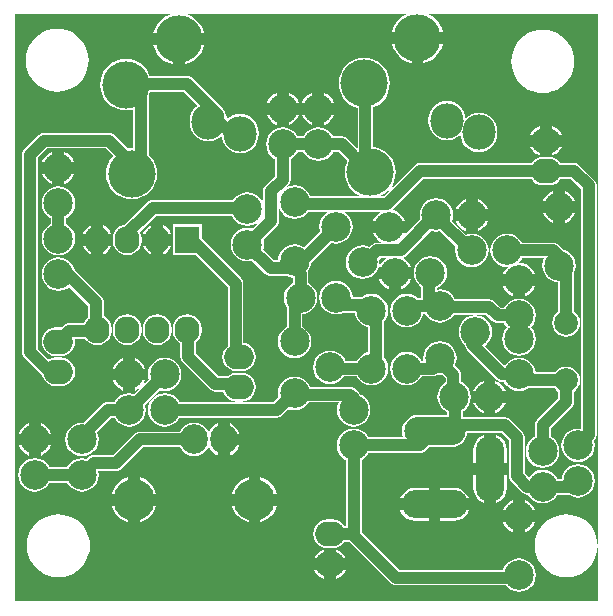
<source format=gtl>
G04*
G04 #@! TF.GenerationSoftware,Altium Limited,Altium Designer,18.0.12 (696)*
G04*
G04 Layer_Physical_Order=1*
G04 Layer_Color=255*
%FSLAX44Y44*%
%MOMM*%
G71*
G01*
G75*
%ADD27C,1.0000*%
%ADD28O,2.3000X2.5000*%
%ADD29C,3.5000*%
%ADD30C,2.5000*%
%ADD31C,4.0000*%
%ADD32O,2.8000X3.0000*%
%ADD33O,2.5000X2.1000*%
%ADD34O,5.6000X2.4000*%
%ADD35O,2.4000X5.6000*%
%ADD36O,5.2000X2.4000*%
%ADD37O,2.1000X2.3000*%
%ADD38R,2.1000X2.3000*%
%ADD39C,2.0000*%
G36*
X997074Y502926D02*
X502926D01*
Y1000000D01*
X635440D01*
X633540Y999424D01*
X629718Y997381D01*
X626368Y994632D01*
X623619Y991282D01*
X621576Y987460D01*
X620527Y984000D01*
X642000D01*
X663473D01*
X662424Y987460D01*
X660381Y991282D01*
X657632Y994632D01*
X654282Y997381D01*
X650460Y999424D01*
X648560Y1000000D01*
X834748D01*
X831718Y998381D01*
X828368Y995632D01*
X825619Y992282D01*
X823576Y988460D01*
X822527Y985000D01*
X844000D01*
X865473D01*
X864424Y988460D01*
X862381Y992282D01*
X859632Y995632D01*
X856282Y998381D01*
X853252Y1000000D01*
X997074D01*
Y502926D01*
D02*
G37*
%LPC*%
G36*
X865473Y975000D02*
X849000D01*
Y958527D01*
X852460Y959576D01*
X856282Y961619D01*
X859632Y964368D01*
X862381Y967718D01*
X864424Y971540D01*
X865473Y975000D01*
D02*
G37*
G36*
X839000D02*
X822527D01*
X823576Y971540D01*
X825619Y967718D01*
X828368Y964368D01*
X831718Y961619D01*
X835540Y959576D01*
X839000Y958527D01*
Y975000D01*
D02*
G37*
G36*
X663473Y974000D02*
X647000D01*
Y957527D01*
X650460Y958576D01*
X654282Y960619D01*
X657632Y963368D01*
X660381Y966718D01*
X662424Y970540D01*
X663473Y974000D01*
D02*
G37*
G36*
X637000D02*
X620527D01*
X621576Y970540D01*
X623619Y966718D01*
X626368Y963368D01*
X629718Y960619D01*
X633540Y958576D01*
X637000Y957527D01*
Y974000D01*
D02*
G37*
G36*
X539000Y987682D02*
X534826Y987354D01*
X530755Y986376D01*
X526886Y984774D01*
X523317Y982586D01*
X520133Y979867D01*
X517414Y976683D01*
X515226Y973113D01*
X513624Y969245D01*
X512646Y965174D01*
X512318Y961000D01*
X512646Y956826D01*
X513624Y952755D01*
X515226Y948886D01*
X517414Y945317D01*
X520133Y942133D01*
X523317Y939414D01*
X526886Y937226D01*
X530755Y935624D01*
X534826Y934646D01*
X539000Y934318D01*
X543174Y934646D01*
X547245Y935624D01*
X551114Y937226D01*
X554683Y939414D01*
X557867Y942133D01*
X560586Y945317D01*
X562774Y948886D01*
X564376Y952755D01*
X565354Y956826D01*
X565682Y961000D01*
X565354Y965174D01*
X564376Y969245D01*
X562774Y973113D01*
X560586Y976683D01*
X557867Y979867D01*
X554683Y982586D01*
X551114Y984774D01*
X547245Y986376D01*
X543174Y987354D01*
X539000Y987682D01*
D02*
G37*
G36*
X950000Y986682D02*
X945826Y986354D01*
X941755Y985376D01*
X937887Y983774D01*
X934317Y981586D01*
X931133Y978867D01*
X928414Y975683D01*
X926226Y972113D01*
X924624Y968245D01*
X923646Y964174D01*
X923318Y960000D01*
X923646Y955826D01*
X924624Y951755D01*
X926226Y947887D01*
X928414Y944317D01*
X931133Y941133D01*
X934317Y938414D01*
X937887Y936226D01*
X941755Y934624D01*
X945826Y933646D01*
X950000Y933318D01*
X954174Y933646D01*
X958245Y934624D01*
X962113Y936226D01*
X965683Y938414D01*
X968867Y941133D01*
X971586Y944317D01*
X973774Y947887D01*
X975376Y951755D01*
X976354Y955826D01*
X976682Y960000D01*
X976354Y964174D01*
X975376Y968245D01*
X973774Y972113D01*
X971586Y975683D01*
X968867Y978867D01*
X965683Y981586D01*
X962113Y983774D01*
X958245Y985376D01*
X954174Y986354D01*
X950000Y986682D01*
D02*
G37*
G36*
X765000Y933624D02*
Y925000D01*
X773624D01*
X772666Y927312D01*
X770341Y930341D01*
X767313Y932666D01*
X765000Y933624D01*
D02*
G37*
G36*
X735000D02*
Y925000D01*
X743624D01*
X742666Y927312D01*
X740341Y930341D01*
X737312Y932666D01*
X735000Y933624D01*
D02*
G37*
G36*
X725000D02*
X722687Y932666D01*
X719659Y930341D01*
X717334Y927312D01*
X716376Y925000D01*
X725000D01*
Y933624D01*
D02*
G37*
G36*
X755000D02*
X752687Y932666D01*
X749659Y930341D01*
X747334Y927312D01*
X746376Y925000D01*
X755000D01*
Y933624D01*
D02*
G37*
G36*
X773624Y915000D02*
X765000D01*
Y906376D01*
X767313Y907334D01*
X770341Y909659D01*
X772666Y912687D01*
X773624Y915000D01*
D02*
G37*
G36*
X743624D02*
X735000D01*
Y906376D01*
X737312Y907334D01*
X740341Y909659D01*
X742666Y912687D01*
X743624Y915000D01*
D02*
G37*
G36*
X725000D02*
X716376D01*
X717334Y912687D01*
X719659Y909659D01*
X722687Y907334D01*
X725000Y906376D01*
Y915000D01*
D02*
G37*
G36*
X755000D02*
X746376D01*
X747334Y912687D01*
X749659Y909659D01*
X752687Y907334D01*
X755000Y906376D01*
Y915000D01*
D02*
G37*
G36*
X957800Y905013D02*
Y897800D01*
X966259D01*
X965719Y899104D01*
X963715Y901715D01*
X961104Y903719D01*
X958063Y904978D01*
X957800Y905013D01*
D02*
G37*
G36*
X947800D02*
X947537Y904978D01*
X944496Y903719D01*
X941885Y901715D01*
X939881Y899104D01*
X939341Y897800D01*
X947800D01*
Y905013D01*
D02*
G37*
G36*
X799000Y963104D02*
X794766Y962688D01*
X790694Y961452D01*
X786942Y959447D01*
X783653Y956747D01*
X780953Y953458D01*
X778948Y949706D01*
X777712Y945634D01*
X777296Y941400D01*
X777712Y937166D01*
X778948Y933094D01*
X780953Y929342D01*
X783653Y926053D01*
X786942Y923353D01*
X790694Y921348D01*
X793343Y920544D01*
Y886071D01*
X784707Y894707D01*
X783328Y895765D01*
X781723Y896430D01*
X780000Y896657D01*
X772504D01*
X772316Y897111D01*
X770056Y900056D01*
X767111Y902316D01*
X763681Y903737D01*
X760000Y904222D01*
X756319Y903737D01*
X752889Y902316D01*
X749944Y900056D01*
X747684Y897111D01*
X747496Y896657D01*
X742504D01*
X742316Y897111D01*
X740056Y900056D01*
X737111Y902316D01*
X733681Y903737D01*
X730000Y904222D01*
X726319Y903737D01*
X722889Y902316D01*
X719944Y900056D01*
X717684Y897111D01*
X716263Y893681D01*
X715778Y890000D01*
X716263Y886319D01*
X717684Y882889D01*
X719944Y879944D01*
X722889Y877684D01*
X723343Y877496D01*
Y862757D01*
X715293Y854707D01*
X714235Y853328D01*
X713570Y851723D01*
X713343Y850000D01*
Y839632D01*
X712316Y842111D01*
X710056Y845056D01*
X707111Y847316D01*
X703681Y848737D01*
X700000Y849222D01*
X696319Y848737D01*
X692889Y847316D01*
X689944Y845056D01*
X688103Y842657D01*
X620000D01*
X618277Y842430D01*
X616671Y841765D01*
X615293Y840707D01*
X596676Y822091D01*
X595141Y821889D01*
X592198Y820669D01*
X589670Y818730D01*
X587731Y816202D01*
X586511Y813259D01*
X586096Y810100D01*
Y808100D01*
X586511Y804941D01*
X587731Y801998D01*
X589670Y799470D01*
X592198Y797531D01*
X595141Y796311D01*
X598300Y795896D01*
X601459Y796311D01*
X604402Y797531D01*
X606930Y799470D01*
X608869Y801998D01*
X610089Y804941D01*
X610504Y808100D01*
Y810100D01*
X610089Y813259D01*
X609088Y815674D01*
X622757Y829343D01*
X687081D01*
X687684Y827889D01*
X689944Y824944D01*
X692889Y822684D01*
X696319Y821263D01*
X700000Y820778D01*
X703681Y821263D01*
X707111Y822684D01*
X710056Y824944D01*
X712316Y827889D01*
X713343Y830368D01*
Y827757D01*
X704135Y818549D01*
X703681Y818737D01*
X700000Y819222D01*
X696319Y818737D01*
X692889Y817316D01*
X689944Y815056D01*
X687684Y812111D01*
X686263Y808681D01*
X685778Y805000D01*
X686263Y801319D01*
X687684Y797889D01*
X689944Y794944D01*
X692889Y792684D01*
X696319Y791263D01*
X700000Y790778D01*
X703681Y791263D01*
X704135Y791451D01*
X715293Y780293D01*
X716672Y779235D01*
X718277Y778570D01*
X720000Y778343D01*
X733711D01*
X736319Y777263D01*
X738343Y776997D01*
Y772504D01*
X737889Y772316D01*
X734944Y770056D01*
X732684Y767111D01*
X731263Y763681D01*
X730778Y760000D01*
X731263Y756319D01*
X732684Y752889D01*
X733343Y752030D01*
Y735504D01*
X732889Y735316D01*
X729944Y733056D01*
X727684Y730111D01*
X726263Y726681D01*
X725778Y723000D01*
X726263Y719319D01*
X727684Y715889D01*
X729944Y712944D01*
X732889Y710684D01*
X736319Y709263D01*
X740000Y708778D01*
X743681Y709263D01*
X747111Y710684D01*
X750056Y712944D01*
X752316Y715889D01*
X753737Y719319D01*
X754222Y723000D01*
X753737Y726681D01*
X752316Y730111D01*
X750056Y733056D01*
X747111Y735316D01*
X746657Y735504D01*
Y745996D01*
X748681Y746263D01*
X752111Y747684D01*
X755056Y749944D01*
X757316Y752889D01*
X758737Y756319D01*
X759222Y760000D01*
X758737Y763681D01*
X757316Y767111D01*
X755056Y770056D01*
X752111Y772316D01*
X751657Y772504D01*
Y780000D01*
X751430Y781723D01*
X751158Y782380D01*
X752316Y783889D01*
X753737Y787319D01*
X754041Y789626D01*
X770865Y806451D01*
X771319Y806263D01*
X775000Y805778D01*
X778681Y806263D01*
X782111Y807684D01*
X785056Y809944D01*
X787316Y812889D01*
X788737Y816319D01*
X789222Y820000D01*
X788737Y823681D01*
X787316Y827111D01*
X785056Y830056D01*
X782111Y832316D01*
X781805Y832443D01*
X812397D01*
X809659Y830341D01*
X807334Y827313D01*
X806376Y825000D01*
X820000D01*
X833624D01*
X832666Y827313D01*
X830341Y830341D01*
X827313Y832666D01*
X823785Y834127D01*
X822654Y834276D01*
X822807Y834393D01*
X848957Y860543D01*
X940656D01*
X942170Y858570D01*
X944698Y856631D01*
X947641Y855411D01*
X950800Y854996D01*
X954800D01*
X957959Y855411D01*
X960902Y856631D01*
X963430Y858570D01*
X964944Y860543D01*
X974043D01*
X982343Y852243D01*
Y648913D01*
X980000Y649222D01*
X976319Y648737D01*
X972889Y647316D01*
X969944Y645056D01*
X967684Y642111D01*
X966263Y638681D01*
X965778Y635000D01*
X966263Y631319D01*
X967684Y627889D01*
X969944Y624944D01*
X972889Y622684D01*
X976319Y621263D01*
X980000Y620778D01*
X983681Y621263D01*
X987111Y622684D01*
X990056Y624944D01*
X992316Y627889D01*
X993737Y631319D01*
X994222Y635000D01*
X993737Y638681D01*
X993549Y639135D01*
X993707Y639293D01*
X994765Y640671D01*
X995430Y642277D01*
X995657Y644000D01*
Y855000D01*
X995430Y856723D01*
X994765Y858328D01*
X993707Y859707D01*
X981507Y871907D01*
X980128Y872965D01*
X978523Y873630D01*
X976800Y873857D01*
X964944D01*
X963430Y875830D01*
X960902Y877769D01*
X957959Y878989D01*
X954800Y879404D01*
X950800D01*
X947641Y878989D01*
X944698Y877769D01*
X942170Y875830D01*
X940656Y873857D01*
X846200D01*
X844477Y873630D01*
X842871Y872965D01*
X841493Y871907D01*
X815343Y845757D01*
X811677D01*
X812306Y845948D01*
X816058Y847953D01*
X819347Y850653D01*
X822047Y853942D01*
X824052Y857694D01*
X825287Y861766D01*
X825704Y866000D01*
X825287Y870234D01*
X824052Y874306D01*
X822047Y878058D01*
X819347Y881347D01*
X816058Y884047D01*
X812306Y886052D01*
X808234Y887288D01*
X806657Y887443D01*
Y921151D01*
X807306Y921348D01*
X811058Y923353D01*
X814347Y926053D01*
X817047Y929342D01*
X819052Y933094D01*
X820287Y937166D01*
X820704Y941400D01*
X820287Y945634D01*
X819052Y949706D01*
X817047Y953458D01*
X814347Y956747D01*
X811058Y959447D01*
X807306Y961452D01*
X803234Y962688D01*
X799000Y963104D01*
D02*
G37*
G36*
X869000Y926675D02*
X865942Y926374D01*
X863001Y925482D01*
X860291Y924034D01*
X857916Y922084D01*
X855966Y919709D01*
X854518Y916999D01*
X853626Y914058D01*
X853325Y911000D01*
Y909000D01*
X853626Y905942D01*
X854518Y903001D01*
X855966Y900291D01*
X857916Y897916D01*
X860291Y895966D01*
X863001Y894518D01*
X865942Y893626D01*
X869000Y893325D01*
X872058Y893626D01*
X874999Y894518D01*
X877709Y895966D01*
X880084Y897916D01*
X880394Y898293D01*
X880626Y895942D01*
X881518Y893001D01*
X882966Y890291D01*
X884916Y887916D01*
X887291Y885966D01*
X890001Y884518D01*
X892942Y883626D01*
X896000Y883325D01*
X899058Y883626D01*
X901999Y884518D01*
X904709Y885966D01*
X907084Y887916D01*
X909034Y890291D01*
X910482Y893001D01*
X911374Y895942D01*
X911675Y899000D01*
Y901000D01*
X911374Y904058D01*
X910482Y906999D01*
X909034Y909709D01*
X907084Y912084D01*
X904709Y914034D01*
X901999Y915482D01*
X899058Y916374D01*
X896000Y916675D01*
X892942Y916374D01*
X890001Y915482D01*
X887291Y914034D01*
X884916Y912084D01*
X884606Y911707D01*
X884374Y914058D01*
X883482Y916999D01*
X882034Y919709D01*
X880084Y922084D01*
X877709Y924034D01*
X874999Y925482D01*
X872058Y926374D01*
X869000Y926675D01*
D02*
G37*
G36*
X597000Y962104D02*
X592766Y961687D01*
X588694Y960452D01*
X584942Y958447D01*
X581653Y955747D01*
X578953Y952458D01*
X576948Y948706D01*
X575713Y944634D01*
X575295Y940400D01*
X575713Y936166D01*
X576948Y932094D01*
X578953Y928342D01*
X581653Y925053D01*
X584942Y922353D01*
X588694Y920348D01*
X592766Y919112D01*
X597000Y918696D01*
X601234Y919112D01*
X603343Y919752D01*
Y886572D01*
X602000Y886704D01*
X599005Y886410D01*
X587707Y897707D01*
X586328Y898765D01*
X584723Y899430D01*
X583000Y899657D01*
X528000D01*
X526277Y899430D01*
X524672Y898765D01*
X523293Y897707D01*
X511293Y885707D01*
X510235Y884329D01*
X509570Y882723D01*
X509343Y881000D01*
Y714000D01*
X509570Y712277D01*
X510235Y710671D01*
X511293Y709293D01*
X526161Y694425D01*
X526211Y694041D01*
X527431Y691098D01*
X529370Y688570D01*
X531898Y686631D01*
X534841Y685411D01*
X538000Y684996D01*
X542000D01*
X545159Y685411D01*
X548102Y686631D01*
X550630Y688570D01*
X552569Y691098D01*
X553789Y694041D01*
X554204Y697200D01*
X553789Y700359D01*
X552569Y703302D01*
X550630Y705830D01*
X548102Y707769D01*
X545159Y708989D01*
X542000Y709404D01*
X538000D01*
X534841Y708989D01*
X531898Y707769D01*
X531755Y707660D01*
X522657Y716757D01*
Y878243D01*
X530757Y886343D01*
X580243D01*
X586466Y880120D01*
X583953Y877058D01*
X581948Y873306D01*
X580713Y869234D01*
X580295Y865000D01*
X580713Y860766D01*
X581948Y856694D01*
X583953Y852942D01*
X586653Y849653D01*
X589942Y846953D01*
X593694Y844948D01*
X597766Y843712D01*
X602000Y843296D01*
X606234Y843712D01*
X610306Y844948D01*
X614058Y846953D01*
X617347Y849653D01*
X620047Y852942D01*
X622052Y856694D01*
X623288Y860766D01*
X623704Y865000D01*
X623288Y869234D01*
X622052Y873306D01*
X620047Y877058D01*
X617347Y880347D01*
X616657Y880914D01*
Y931354D01*
X617052Y932094D01*
X617735Y934343D01*
X646243D01*
X657885Y922701D01*
X655916Y921084D01*
X653966Y918709D01*
X652518Y915999D01*
X651626Y913058D01*
X651324Y910000D01*
Y908000D01*
X651626Y904942D01*
X652518Y902001D01*
X653966Y899291D01*
X655916Y896916D01*
X658291Y894966D01*
X661001Y893518D01*
X663942Y892626D01*
X667000Y892325D01*
X670058Y892626D01*
X672999Y893518D01*
X675709Y894966D01*
X678084Y896916D01*
X678348Y897237D01*
X678405Y897180D01*
X678626Y894942D01*
X679518Y892001D01*
X680966Y889291D01*
X682916Y886916D01*
X685291Y884966D01*
X688001Y883518D01*
X690942Y882626D01*
X694000Y882325D01*
X697058Y882626D01*
X699999Y883518D01*
X702709Y884966D01*
X705084Y886916D01*
X707034Y889291D01*
X708482Y892001D01*
X709374Y894942D01*
X709676Y898000D01*
Y900000D01*
X709374Y903058D01*
X708482Y905999D01*
X707034Y908709D01*
X705084Y911084D01*
X702709Y913034D01*
X699999Y914482D01*
X697058Y915374D01*
X694000Y915676D01*
X690942Y915374D01*
X688001Y914482D01*
X685291Y913034D01*
X683143Y911271D01*
X682486Y911929D01*
X682374Y913058D01*
X681559Y915747D01*
X681430Y916723D01*
X680765Y918328D01*
X679707Y919707D01*
X653707Y945707D01*
X652328Y946765D01*
X650723Y947430D01*
X649000Y947657D01*
X617370D01*
X617052Y948706D01*
X615047Y952458D01*
X612347Y955747D01*
X609058Y958447D01*
X605306Y960452D01*
X601234Y961687D01*
X597000Y962104D01*
D02*
G37*
G36*
X947800Y887800D02*
X939341D01*
X939881Y886496D01*
X941885Y883885D01*
X944496Y881881D01*
X947537Y880622D01*
X947800Y880587D01*
Y887800D01*
D02*
G37*
G36*
X966259D02*
X957800D01*
Y880587D01*
X958063Y880622D01*
X961104Y881881D01*
X963715Y883885D01*
X965719Y886496D01*
X966259Y887800D01*
D02*
G37*
G36*
X545000Y883624D02*
Y875000D01*
X553624D01*
X552666Y877313D01*
X550341Y880341D01*
X547313Y882666D01*
X545000Y883624D01*
D02*
G37*
G36*
X535000Y883624D02*
X532687Y882666D01*
X529659Y880341D01*
X527334Y877313D01*
X526376Y875000D01*
X535000D01*
Y883624D01*
D02*
G37*
G36*
X553624Y865000D02*
X545000D01*
Y856376D01*
X547313Y857334D01*
X550341Y859659D01*
X552666Y862688D01*
X553624Y865000D01*
D02*
G37*
G36*
X535000D02*
X526376D01*
X527334Y862688D01*
X529659Y859659D01*
X532687Y857334D01*
X535000Y856376D01*
Y865000D01*
D02*
G37*
G36*
X969000Y850624D02*
Y842000D01*
X977624D01*
X976666Y844313D01*
X974342Y847342D01*
X971313Y849666D01*
X969000Y850624D01*
D02*
G37*
G36*
X959000D02*
X956687Y849666D01*
X953659Y847342D01*
X951334Y844313D01*
X950376Y842000D01*
X959000D01*
Y850624D01*
D02*
G37*
G36*
X895000Y843624D02*
Y835000D01*
X903624D01*
X902666Y837312D01*
X900341Y840341D01*
X897313Y842666D01*
X895000Y843624D01*
D02*
G37*
G36*
X885000Y843624D02*
X882687Y842666D01*
X879659Y840341D01*
X877334Y837312D01*
X876376Y835000D01*
X885000D01*
Y843624D01*
D02*
G37*
G36*
X977624Y832000D02*
X969000D01*
Y823376D01*
X971313Y824334D01*
X974342Y826658D01*
X976666Y829687D01*
X977624Y832000D01*
D02*
G37*
G36*
X959000D02*
X950376D01*
X951334Y829687D01*
X953659Y826658D01*
X956687Y824334D01*
X959000Y823376D01*
Y832000D01*
D02*
G37*
G36*
X885000Y825000D02*
X876376D01*
X877334Y822687D01*
X879659Y819659D01*
X882687Y817334D01*
X885000Y816376D01*
Y825000D01*
D02*
G37*
G36*
X903624D02*
X895000D01*
Y816376D01*
X897313Y817334D01*
X900341Y819659D01*
X902666Y822687D01*
X903624Y825000D01*
D02*
G37*
G36*
X628700Y821559D02*
Y814100D01*
X635573D01*
X634619Y816404D01*
X632615Y819015D01*
X630004Y821019D01*
X628700Y821559D01*
D02*
G37*
G36*
X577900D02*
Y814100D01*
X584773D01*
X583819Y816404D01*
X581815Y819015D01*
X579204Y821019D01*
X577900Y821559D01*
D02*
G37*
G36*
X618700Y821559D02*
X617396Y821019D01*
X614785Y819015D01*
X612781Y816404D01*
X611827Y814100D01*
X618700D01*
Y821559D01*
D02*
G37*
G36*
X567900D02*
X566596Y821019D01*
X563985Y819015D01*
X561981Y816404D01*
X561027Y814100D01*
X567900D01*
Y821559D01*
D02*
G37*
G36*
X618700Y804100D02*
X611827D01*
X612781Y801796D01*
X614785Y799185D01*
X617396Y797181D01*
X618700Y796641D01*
Y804100D01*
D02*
G37*
G36*
X567900D02*
X561027D01*
X561981Y801796D01*
X563985Y799185D01*
X566596Y797181D01*
X567900Y796641D01*
Y804100D01*
D02*
G37*
G36*
X635573D02*
X628700D01*
Y796641D01*
X630004Y797181D01*
X632615Y799185D01*
X634619Y801796D01*
X635573Y804100D01*
D02*
G37*
G36*
X584773D02*
X577900D01*
Y796641D01*
X579204Y797181D01*
X581815Y799185D01*
X583819Y801796D01*
X584773Y804100D01*
D02*
G37*
G36*
X540000Y854222D02*
X536319Y853737D01*
X532889Y852316D01*
X529944Y850056D01*
X527684Y847111D01*
X526263Y843681D01*
X525778Y840000D01*
X526263Y836319D01*
X527684Y832889D01*
X529944Y829944D01*
X532889Y827684D01*
X533343Y827496D01*
Y822504D01*
X532889Y822316D01*
X529944Y820056D01*
X527684Y817111D01*
X526263Y813681D01*
X525778Y810000D01*
X526263Y806319D01*
X527684Y802889D01*
X529944Y799944D01*
X532889Y797684D01*
X536319Y796263D01*
X540000Y795778D01*
X543681Y796263D01*
X547111Y797684D01*
X550056Y799944D01*
X552316Y802889D01*
X553737Y806319D01*
X554222Y810000D01*
X553737Y813681D01*
X552316Y817111D01*
X550056Y820056D01*
X547111Y822316D01*
X546657Y822504D01*
Y827496D01*
X547111Y827684D01*
X550056Y829944D01*
X552316Y832889D01*
X553737Y836319D01*
X554222Y840000D01*
X553737Y843681D01*
X552316Y847111D01*
X550056Y850056D01*
X547111Y852316D01*
X543681Y853737D01*
X540000Y854222D01*
D02*
G37*
G36*
X860000Y844222D02*
X856319Y843737D01*
X852889Y842316D01*
X849944Y840056D01*
X847684Y837111D01*
X846263Y833681D01*
X845778Y830000D01*
X846254Y826391D01*
X831347Y810968D01*
X832666Y812688D01*
X833624Y815000D01*
X820000D01*
X806376D01*
X807334Y812688D01*
X809659Y809659D01*
X812688Y807334D01*
X814323Y806657D01*
X810000D01*
X808277Y806430D01*
X807142Y805960D01*
X806672Y805765D01*
X805293Y804707D01*
X803402Y802817D01*
X801181Y803737D01*
X797500Y804222D01*
X793819Y803737D01*
X790389Y802316D01*
X787444Y800056D01*
X785184Y797111D01*
X783763Y793681D01*
X783278Y790000D01*
X783763Y786319D01*
X785184Y782889D01*
X787444Y779944D01*
X790389Y777684D01*
X793819Y776263D01*
X797500Y775778D01*
X801181Y776263D01*
X804611Y777684D01*
X807556Y779944D01*
X809816Y782889D01*
X811237Y786319D01*
X811722Y790000D01*
X811453Y792039D01*
X812757Y793343D01*
X816989D01*
X817325Y793387D01*
X814659Y791341D01*
X812334Y788313D01*
X811376Y786000D01*
X825000D01*
X838624D01*
X837666Y788313D01*
X835341Y791341D01*
X832313Y793666D01*
X832077Y793763D01*
X832677Y794024D01*
X833428Y794335D01*
X833474Y794370D01*
X833526Y794392D01*
X834163Y794898D01*
X834807Y795393D01*
X834842Y795438D01*
X834886Y795474D01*
X855363Y816659D01*
X856319Y816263D01*
X860000Y815778D01*
X863364Y816221D01*
X876221Y803364D01*
X875778Y800000D01*
X876263Y796319D01*
X877684Y792889D01*
X879944Y789944D01*
X882889Y787684D01*
X886319Y786263D01*
X890000Y785778D01*
X893681Y786263D01*
X897111Y787684D01*
X900056Y789944D01*
X902316Y792889D01*
X903737Y796319D01*
X904222Y800000D01*
X903737Y803681D01*
X902316Y807111D01*
X900056Y810056D01*
X897111Y812316D01*
X893681Y813737D01*
X890000Y814222D01*
X886319Y813737D01*
X885158Y813256D01*
X873256Y825158D01*
X873737Y826319D01*
X874222Y830000D01*
X873737Y833681D01*
X872316Y837111D01*
X870056Y840056D01*
X867111Y842316D01*
X863681Y843737D01*
X860000Y844222D01*
D02*
G37*
G36*
X838624Y776000D02*
X830000D01*
Y767376D01*
X832313Y768334D01*
X835341Y770658D01*
X837666Y773687D01*
X838624Y776000D01*
D02*
G37*
G36*
X820000D02*
X811376D01*
X812334Y773687D01*
X814659Y770658D01*
X817687Y768334D01*
X820000Y767376D01*
Y776000D01*
D02*
G37*
G36*
X943624Y770000D02*
X935000D01*
Y761376D01*
X937313Y762334D01*
X940341Y764659D01*
X942666Y767687D01*
X943624Y770000D01*
D02*
G37*
G36*
X925000D02*
X916376D01*
X917334Y767687D01*
X919659Y764659D01*
X922687Y762334D01*
X925000Y761376D01*
Y770000D01*
D02*
G37*
G36*
X855000Y795222D02*
X851319Y794737D01*
X847889Y793316D01*
X844944Y791056D01*
X842684Y788111D01*
X841263Y784681D01*
X840778Y781000D01*
X841263Y777319D01*
X842684Y773889D01*
X844944Y770944D01*
X847343Y769103D01*
Y760000D01*
X847388Y759657D01*
X844273D01*
X842111Y761316D01*
X838681Y762737D01*
X835000Y763222D01*
X831319Y762737D01*
X827889Y761316D01*
X824944Y759056D01*
X822684Y756111D01*
X821263Y752681D01*
X820778Y749000D01*
X821263Y745319D01*
X822684Y741889D01*
X824944Y738944D01*
X827889Y736684D01*
X831319Y735263D01*
X835000Y734778D01*
X838681Y735263D01*
X842111Y736684D01*
X845056Y738944D01*
X847316Y741889D01*
X848737Y745319D01*
X848872Y746343D01*
X850496D01*
X850684Y745889D01*
X852944Y742944D01*
X855889Y740684D01*
X859319Y739263D01*
X863000Y738778D01*
X866681Y739263D01*
X870111Y740684D01*
X873056Y742944D01*
X874897Y745343D01*
X902243D01*
X907293Y740293D01*
X908671Y739235D01*
X909142Y739040D01*
X910277Y738570D01*
X912000Y738343D01*
X917496D01*
X917684Y737889D01*
X919901Y735000D01*
X917684Y732111D01*
X916263Y728681D01*
X915778Y725000D01*
X916263Y721319D01*
X917684Y717889D01*
X919944Y714944D01*
X922889Y712684D01*
X926319Y711263D01*
X930000Y710778D01*
X933681Y711263D01*
X937111Y712684D01*
X940056Y714944D01*
X942316Y717889D01*
X943737Y721319D01*
X944222Y725000D01*
X943737Y728681D01*
X942316Y732111D01*
X940099Y735000D01*
X942316Y737889D01*
X943737Y741319D01*
X944222Y745000D01*
X943737Y748681D01*
X942316Y752111D01*
X940056Y755056D01*
X937111Y757316D01*
X933681Y758737D01*
X930000Y759222D01*
X926319Y758737D01*
X922889Y757316D01*
X919944Y755056D01*
X917684Y752111D01*
X917496Y751657D01*
X914757D01*
X909707Y756707D01*
X908328Y757765D01*
X906723Y758430D01*
X905000Y758657D01*
X875919D01*
X875316Y760111D01*
X873056Y763056D01*
X870111Y765316D01*
X866681Y766737D01*
X863000Y767222D01*
X860657Y766913D01*
Y768081D01*
X862111Y768684D01*
X865056Y770944D01*
X867316Y773889D01*
X868737Y777319D01*
X869222Y781000D01*
X868737Y784681D01*
X867316Y788111D01*
X865056Y791056D01*
X862111Y793316D01*
X858681Y794737D01*
X855000Y795222D01*
D02*
G37*
G36*
X540000Y794222D02*
X536319Y793737D01*
X532889Y792316D01*
X529944Y790056D01*
X527684Y787111D01*
X526263Y783681D01*
X525778Y780000D01*
X526263Y776319D01*
X527684Y772889D01*
X529944Y769944D01*
X532889Y767684D01*
X536319Y766263D01*
X540000Y765778D01*
X543681Y766263D01*
X547111Y767684D01*
X549256Y769330D01*
X565343Y753243D01*
Y743353D01*
X564270Y742530D01*
X562331Y740002D01*
X561773Y738657D01*
X549200D01*
X547477Y738430D01*
X546342Y737960D01*
X545872Y737765D01*
X544493Y736707D01*
X542698Y734912D01*
X542000Y735004D01*
X538000D01*
X534841Y734589D01*
X531898Y733369D01*
X529370Y731430D01*
X527431Y728902D01*
X526211Y725959D01*
X525796Y722800D01*
X526211Y719641D01*
X527431Y716698D01*
X529370Y714170D01*
X531898Y712231D01*
X534841Y711011D01*
X538000Y710596D01*
X542000D01*
X545159Y711011D01*
X548102Y712231D01*
X550630Y714170D01*
X552569Y716698D01*
X553789Y719641D01*
X554204Y722800D01*
X553870Y725343D01*
X562680D01*
X564270Y723270D01*
X566798Y721331D01*
X569741Y720111D01*
X572900Y719696D01*
X576059Y720111D01*
X579002Y721331D01*
X581530Y723270D01*
X583469Y725798D01*
X584689Y728741D01*
X585104Y731900D01*
Y733900D01*
X584689Y737059D01*
X583469Y740002D01*
X581530Y742530D01*
X579002Y744469D01*
X578657Y744612D01*
Y756000D01*
X578430Y757723D01*
X577960Y758858D01*
X577765Y759329D01*
X576707Y760707D01*
X553738Y783677D01*
X553737Y783681D01*
X552316Y787111D01*
X550056Y790056D01*
X547111Y792316D01*
X543681Y793737D01*
X540000Y794222D01*
D02*
G37*
G36*
X920000Y814222D02*
X916319Y813737D01*
X912889Y812316D01*
X909944Y810056D01*
X907684Y807111D01*
X906263Y803681D01*
X905778Y800000D01*
X906263Y796319D01*
X907684Y792889D01*
X909944Y789944D01*
X912889Y787684D01*
X916319Y786263D01*
X920000Y785778D01*
X920275Y785815D01*
X919659Y785341D01*
X917334Y782313D01*
X916376Y780000D01*
X943624D01*
X942666Y782313D01*
X940341Y785341D01*
X937313Y787666D01*
X933785Y789127D01*
X930000Y789625D01*
X929567Y789568D01*
X930056Y789944D01*
X932316Y792889D01*
X932504Y793343D01*
X951366D01*
X950263Y790681D01*
X949778Y787000D01*
X950263Y783319D01*
X951684Y779889D01*
X953944Y776944D01*
X956889Y774684D01*
X960319Y773263D01*
X963343Y772865D01*
Y748313D01*
X961727Y747073D01*
X959867Y744650D01*
X958699Y741828D01*
X958300Y738800D01*
X958699Y735772D01*
X959867Y732950D01*
X961727Y730527D01*
X964150Y728667D01*
X966972Y727499D01*
X970000Y727100D01*
X973028Y727499D01*
X975850Y728667D01*
X978273Y730527D01*
X980133Y732950D01*
X981301Y735772D01*
X981700Y738800D01*
X981301Y741828D01*
X980133Y744650D01*
X978273Y747073D01*
X976657Y748313D01*
Y780711D01*
X977737Y783319D01*
X978222Y787000D01*
X977737Y790681D01*
X976316Y794111D01*
X974056Y797056D01*
X971111Y799316D01*
X967681Y800737D01*
X967677Y800738D01*
X963707Y804707D01*
X962328Y805765D01*
X960723Y806430D01*
X959000Y806657D01*
X932504D01*
X932316Y807111D01*
X930056Y810056D01*
X927111Y812316D01*
X923681Y813737D01*
X920000Y814222D01*
D02*
G37*
G36*
X623700Y746104D02*
X620541Y745689D01*
X617598Y744469D01*
X615070Y742530D01*
X613131Y740002D01*
X611911Y737059D01*
X611496Y733900D01*
Y731900D01*
X611911Y728741D01*
X613131Y725798D01*
X615070Y723270D01*
X617598Y721331D01*
X620541Y720111D01*
X623700Y719696D01*
X626859Y720111D01*
X629802Y721331D01*
X632330Y723270D01*
X634269Y725798D01*
X635489Y728741D01*
X635904Y731900D01*
Y733900D01*
X635489Y737059D01*
X634269Y740002D01*
X632330Y742530D01*
X629802Y744469D01*
X626859Y745689D01*
X623700Y746104D01*
D02*
G37*
G36*
X598300D02*
X595141Y745689D01*
X592198Y744469D01*
X589670Y742530D01*
X587731Y740002D01*
X586511Y737059D01*
X586096Y733900D01*
Y731900D01*
X586511Y728741D01*
X587731Y725798D01*
X589670Y723270D01*
X592198Y721331D01*
X595141Y720111D01*
X598300Y719696D01*
X601459Y720111D01*
X604402Y721331D01*
X606930Y723270D01*
X608869Y725798D01*
X610089Y728741D01*
X610504Y731900D01*
Y733900D01*
X610089Y737059D01*
X608869Y740002D01*
X606930Y742530D01*
X604402Y744469D01*
X601459Y745689D01*
X598300Y746104D01*
D02*
G37*
G36*
X863000Y723222D02*
X859319Y722737D01*
X855889Y721316D01*
X852944Y719056D01*
X850684Y716111D01*
X849263Y712681D01*
X848778Y709000D01*
X849087Y706657D01*
X847504D01*
X847316Y707111D01*
X845056Y710056D01*
X842111Y712316D01*
X838681Y713737D01*
X835000Y714222D01*
X831319Y713737D01*
X827889Y712316D01*
X824944Y710056D01*
X822684Y707111D01*
X821263Y703681D01*
X820778Y700000D01*
X821263Y696319D01*
X822684Y692889D01*
X824944Y689944D01*
X827889Y687684D01*
X831319Y686263D01*
X835000Y685778D01*
X838681Y686263D01*
X842111Y687684D01*
X845056Y689944D01*
X847316Y692889D01*
X847504Y693343D01*
X857000D01*
X858723Y693570D01*
X860329Y694235D01*
X861324Y694999D01*
X863000Y694778D01*
X864597Y694989D01*
X867843Y691743D01*
Y688281D01*
X864944Y686056D01*
X862684Y683111D01*
X861263Y679681D01*
X860778Y676000D01*
X861263Y672319D01*
X862684Y668889D01*
X864944Y665944D01*
X867889Y663684D01*
X868843Y663288D01*
Y660717D01*
X844500D01*
X840950Y660250D01*
X837641Y658880D01*
X834800Y656700D01*
X832620Y653859D01*
X831250Y650550D01*
X830783Y647000D01*
X831250Y643450D01*
X831993Y641657D01*
X802504D01*
X802316Y642111D01*
X800056Y645056D01*
X797111Y647316D01*
X793681Y648737D01*
X790000Y649222D01*
X786319Y648737D01*
X782889Y647316D01*
X779944Y645056D01*
X777684Y642111D01*
X776263Y638681D01*
X775778Y635000D01*
X776263Y631319D01*
X777684Y627889D01*
X779944Y624944D01*
X782889Y622684D01*
X783343Y622496D01*
Y566657D01*
X782144D01*
X780630Y568630D01*
X778102Y570569D01*
X775159Y571789D01*
X772000Y572204D01*
X768000D01*
X764841Y571789D01*
X761898Y570569D01*
X759370Y568630D01*
X757431Y566102D01*
X756211Y563159D01*
X755796Y560000D01*
X756211Y556841D01*
X757431Y553898D01*
X759370Y551370D01*
X761898Y549431D01*
X764841Y548211D01*
X768000Y547796D01*
X772000D01*
X775159Y548211D01*
X778102Y549431D01*
X780630Y551370D01*
X782144Y553343D01*
X786243D01*
X821293Y518293D01*
X822672Y517235D01*
X824277Y516570D01*
X826000Y516343D01*
X918870D01*
X919944Y514944D01*
X922889Y512684D01*
X926319Y511263D01*
X930000Y510778D01*
X933681Y511263D01*
X937111Y512684D01*
X940056Y514944D01*
X942316Y517889D01*
X943737Y521319D01*
X944222Y525000D01*
X943737Y528681D01*
X942316Y532111D01*
X940056Y535056D01*
X937111Y537316D01*
X933681Y538737D01*
X930000Y539222D01*
X926319Y538737D01*
X922889Y537316D01*
X919944Y535056D01*
X917684Y532111D01*
X916667Y529657D01*
X828757D01*
X796657Y561757D01*
Y622496D01*
X797111Y622684D01*
X800056Y624944D01*
X802316Y627889D01*
X802504Y628343D01*
X846500D01*
X848223Y628570D01*
X849828Y629235D01*
X851207Y630293D01*
X854197Y633283D01*
X872500D01*
X876050Y633750D01*
X879359Y635120D01*
X882200Y637300D01*
X884380Y640141D01*
X885750Y643450D01*
X885999Y645343D01*
X915243D01*
X921343Y639243D01*
Y609000D01*
X921570Y607277D01*
X922235Y605672D01*
X923293Y604293D01*
X932293Y595293D01*
X933671Y594235D01*
X935277Y593570D01*
X937000Y593343D01*
X937496D01*
X937684Y592889D01*
X939944Y589944D01*
X942889Y587684D01*
X946319Y586263D01*
X950000Y585778D01*
X953681Y586263D01*
X957111Y587684D01*
X960056Y589944D01*
X962316Y592889D01*
X962504Y593343D01*
X972030D01*
X972889Y592684D01*
X976319Y591263D01*
X980000Y590778D01*
X983681Y591263D01*
X987111Y592684D01*
X990056Y594944D01*
X992316Y597889D01*
X993737Y601319D01*
X994222Y605000D01*
X993737Y608681D01*
X992316Y612111D01*
X990056Y615056D01*
X987111Y617316D01*
X983681Y618737D01*
X980000Y619222D01*
X976319Y618737D01*
X972889Y617316D01*
X969944Y615056D01*
X967684Y612111D01*
X966263Y608681D01*
X965996Y606657D01*
X962504D01*
X962316Y607111D01*
X960056Y610056D01*
X957111Y612316D01*
X953681Y613737D01*
X950000Y614222D01*
X946319Y613737D01*
X942889Y612316D01*
X939944Y610056D01*
X938387Y608027D01*
X934657Y611757D01*
Y642000D01*
X934430Y643723D01*
X933960Y644858D01*
X933765Y645329D01*
X932707Y646707D01*
X922707Y656707D01*
X921329Y657765D01*
X919723Y658430D01*
X918000Y658657D01*
X882157D01*
Y663719D01*
X882244Y663786D01*
X883329Y664235D01*
X884707Y665293D01*
X885765Y666672D01*
X885941Y667097D01*
X887316Y668889D01*
X888737Y672319D01*
X889222Y676000D01*
X888737Y679681D01*
X887316Y683111D01*
X885056Y686056D01*
X882111Y688316D01*
X881157Y688711D01*
Y694500D01*
X880930Y696223D01*
X880265Y697829D01*
X879207Y699207D01*
X875670Y702744D01*
X876737Y705319D01*
X877222Y709000D01*
X876737Y712681D01*
X875316Y716111D01*
X873056Y719056D01*
X870111Y721316D01*
X866681Y722737D01*
X863000Y723222D01*
D02*
G37*
G36*
X775000Y774222D02*
X771319Y773737D01*
X767889Y772316D01*
X764944Y770056D01*
X762684Y767111D01*
X761263Y763681D01*
X760778Y760000D01*
X761263Y756319D01*
X762684Y752889D01*
X764944Y749944D01*
X767889Y747684D01*
X771319Y746263D01*
X775000Y745778D01*
X778681Y746263D01*
X781289Y747343D01*
X790996D01*
X791263Y745319D01*
X792684Y741889D01*
X794944Y738944D01*
X797889Y736684D01*
X801319Y735263D01*
X802343Y735128D01*
Y713872D01*
X801319Y713737D01*
X797889Y712316D01*
X794944Y710056D01*
X792684Y707111D01*
X792496Y706657D01*
X782919D01*
X782316Y708111D01*
X780056Y711056D01*
X777111Y713316D01*
X773681Y714737D01*
X770000Y715222D01*
X766319Y714737D01*
X762889Y713316D01*
X759944Y711056D01*
X757684Y708111D01*
X756263Y704681D01*
X755778Y701000D01*
X756263Y697319D01*
X757684Y693889D01*
X759944Y690944D01*
X762889Y688684D01*
X766319Y687263D01*
X770000Y686778D01*
X773681Y687263D01*
X777111Y688684D01*
X780056Y690944D01*
X781897Y693343D01*
X792496D01*
X792684Y692889D01*
X794944Y689944D01*
X797889Y687684D01*
X801319Y686263D01*
X805000Y685778D01*
X808681Y686263D01*
X812111Y687684D01*
X815056Y689944D01*
X817316Y692889D01*
X818737Y696319D01*
X819222Y700000D01*
X818737Y703681D01*
X817316Y707111D01*
X815463Y709526D01*
X815657Y711000D01*
Y739727D01*
X817316Y741889D01*
X818737Y745319D01*
X819222Y749000D01*
X818737Y752681D01*
X817316Y756111D01*
X815056Y759056D01*
X812111Y761316D01*
X808681Y762737D01*
X805000Y763222D01*
X801319Y762737D01*
X797889Y761316D01*
X797030Y760657D01*
X789135D01*
X788737Y763681D01*
X787316Y767111D01*
X785056Y770056D01*
X782111Y772316D01*
X778681Y773737D01*
X775000Y774222D01*
D02*
G37*
G36*
X605000Y708624D02*
Y700000D01*
X613624D01*
X612666Y702313D01*
X610341Y705341D01*
X607313Y707666D01*
X605000Y708624D01*
D02*
G37*
G36*
X595000D02*
X592687Y707666D01*
X589659Y705341D01*
X587334Y702313D01*
X586376Y700000D01*
X595000D01*
Y708624D01*
D02*
G37*
G36*
X661200Y822200D02*
X637000D01*
Y796000D01*
X656586D01*
X683343Y769243D01*
Y719176D01*
X682370Y718430D01*
X680431Y715902D01*
X679211Y712959D01*
X678796Y709800D01*
X679211Y706641D01*
X680431Y703698D01*
X682370Y701170D01*
X684898Y699231D01*
X687841Y698011D01*
X691000Y697596D01*
X695000D01*
X698159Y698011D01*
X701102Y699231D01*
X703630Y701170D01*
X705569Y703698D01*
X706789Y706641D01*
X707204Y709800D01*
X706789Y712959D01*
X705569Y715902D01*
X703630Y718430D01*
X701102Y720369D01*
X698159Y721589D01*
X696657Y721786D01*
Y772000D01*
X696430Y773723D01*
X695960Y774858D01*
X695765Y775329D01*
X694707Y776707D01*
X661200Y810214D01*
Y822200D01*
D02*
G37*
G36*
X630000Y709222D02*
X626319Y708737D01*
X622889Y707316D01*
X619944Y705056D01*
X617684Y702111D01*
X616263Y698681D01*
X615778Y695000D01*
X616263Y691319D01*
X616451Y690865D01*
X610662Y685077D01*
X612666Y687687D01*
X613624Y690000D01*
X605000D01*
Y681376D01*
X607313Y682334D01*
X609923Y684337D01*
X604135Y678549D01*
X603681Y678737D01*
X600000Y679222D01*
X596319Y678737D01*
X592889Y677316D01*
X589944Y675056D01*
X587684Y672111D01*
X587496Y671657D01*
X582000D01*
X580277Y671430D01*
X578671Y670765D01*
X577293Y669707D01*
X561597Y654011D01*
X560000Y654222D01*
X556319Y653737D01*
X552889Y652316D01*
X549944Y650056D01*
X547684Y647111D01*
X546263Y643681D01*
X545778Y640000D01*
X546263Y636319D01*
X547684Y632889D01*
X549944Y629944D01*
X552889Y627684D01*
X556319Y626263D01*
X560000Y625778D01*
X563681Y626263D01*
X567111Y627684D01*
X570056Y629944D01*
X572316Y632889D01*
X573737Y636319D01*
X574222Y640000D01*
X573737Y643681D01*
X572670Y646256D01*
X584757Y658343D01*
X587496D01*
X587684Y657889D01*
X589944Y654944D01*
X592889Y652684D01*
X596319Y651263D01*
X600000Y650778D01*
X603681Y651263D01*
X607111Y652684D01*
X610056Y654944D01*
X612316Y657889D01*
X613737Y661319D01*
X614222Y665000D01*
X613737Y668681D01*
X613549Y669135D01*
X625865Y681451D01*
X626319Y681263D01*
X630000Y680778D01*
X633681Y681263D01*
X637111Y682684D01*
X640056Y684944D01*
X642316Y687889D01*
X643737Y691319D01*
X644222Y695000D01*
X643737Y698681D01*
X642316Y702111D01*
X640056Y705056D01*
X637111Y707316D01*
X633681Y708737D01*
X630000Y709222D01*
D02*
G37*
G36*
X595000Y690000D02*
X586376D01*
X587334Y687687D01*
X589659Y684659D01*
X592687Y682334D01*
X595000Y681376D01*
Y690000D01*
D02*
G37*
G36*
X910000Y689624D02*
Y681000D01*
X918624D01*
X917666Y683313D01*
X915341Y686341D01*
X912313Y688666D01*
X910000Y689624D01*
D02*
G37*
G36*
X900000Y689624D02*
X897687Y688666D01*
X894659Y686341D01*
X892334Y683313D01*
X891376Y681000D01*
X900000D01*
Y689624D01*
D02*
G37*
G36*
X649100Y746104D02*
X645941Y745689D01*
X642998Y744469D01*
X640470Y742530D01*
X638531Y740002D01*
X637311Y737059D01*
X636896Y733900D01*
Y731900D01*
X637311Y728741D01*
X638531Y725798D01*
X640470Y723270D01*
X642998Y721331D01*
X643343Y721188D01*
X643343Y710000D01*
X643570Y708277D01*
X644235Y706671D01*
X645293Y705293D01*
X668093Y682493D01*
X669472Y681435D01*
X671077Y680770D01*
X672800Y680543D01*
X679418D01*
X680431Y678098D01*
X682370Y675570D01*
X684898Y673631D01*
X687841Y672411D01*
X691000Y671996D01*
X695000D01*
X698159Y672411D01*
X701102Y673631D01*
X703630Y675570D01*
X705569Y678098D01*
X706789Y681041D01*
X707204Y684200D01*
X706789Y687359D01*
X705569Y690302D01*
X703630Y692830D01*
X701102Y694769D01*
X698159Y695989D01*
X695000Y696404D01*
X691000D01*
X687841Y695989D01*
X684898Y694769D01*
X683709Y693857D01*
X675557D01*
X656657Y712757D01*
X656657Y722447D01*
X657730Y723270D01*
X659669Y725798D01*
X660889Y728741D01*
X661304Y731900D01*
Y733900D01*
X660889Y737059D01*
X659669Y740002D01*
X657730Y742530D01*
X655202Y744469D01*
X652259Y745689D01*
X649100Y746104D01*
D02*
G37*
G36*
X740000Y693222D02*
X736319Y692737D01*
X732889Y691316D01*
X729944Y689056D01*
X727684Y686111D01*
X726263Y682681D01*
X725778Y679000D01*
X726221Y675636D01*
X722243Y671657D01*
X642504D01*
X642316Y672111D01*
X640056Y675056D01*
X637111Y677316D01*
X633681Y678737D01*
X630000Y679222D01*
X626319Y678737D01*
X622889Y677316D01*
X619944Y675056D01*
X617684Y672111D01*
X616263Y668681D01*
X615778Y665000D01*
X616263Y661319D01*
X617684Y657889D01*
X619944Y654944D01*
X622889Y652684D01*
X626319Y651263D01*
X630000Y650778D01*
X633681Y651263D01*
X637111Y652684D01*
X640056Y654944D01*
X642316Y657889D01*
X642504Y658343D01*
X725000D01*
X726723Y658570D01*
X728328Y659235D01*
X729707Y660293D01*
X735158Y665744D01*
X736319Y665263D01*
X740000Y664778D01*
X743681Y665263D01*
X747111Y666684D01*
X750056Y668944D01*
X751897Y671343D01*
X777366D01*
X776263Y668681D01*
X775778Y665000D01*
X776263Y661319D01*
X777684Y657889D01*
X779944Y654944D01*
X782889Y652684D01*
X786319Y651263D01*
X790000Y650778D01*
X793681Y651263D01*
X797111Y652684D01*
X800056Y654944D01*
X802316Y657889D01*
X803737Y661319D01*
X804222Y665000D01*
X803737Y668681D01*
X802316Y672111D01*
X800056Y675056D01*
X797111Y677316D01*
X795992Y677780D01*
X795765Y678328D01*
X794707Y679707D01*
X791707Y682707D01*
X790329Y683765D01*
X788723Y684430D01*
X787000Y684657D01*
X752919D01*
X752316Y686111D01*
X750056Y689056D01*
X747111Y691316D01*
X743681Y692737D01*
X740000Y693222D01*
D02*
G37*
G36*
X900000Y671000D02*
X891376D01*
X892334Y668687D01*
X894659Y665658D01*
X897687Y663334D01*
X900000Y662376D01*
Y671000D01*
D02*
G37*
G36*
X918624D02*
X910000D01*
Y662376D01*
X912313Y663334D01*
X915341Y665658D01*
X917666Y668687D01*
X918624Y671000D01*
D02*
G37*
G36*
X685000Y653541D02*
Y645000D01*
X692955D01*
X691792Y647808D01*
X689628Y650628D01*
X686808Y652792D01*
X685000Y653541D01*
D02*
G37*
G36*
X525000Y653624D02*
Y645000D01*
X533624D01*
X532666Y647312D01*
X530341Y650341D01*
X527313Y652666D01*
X525000Y653624D01*
D02*
G37*
G36*
X515000D02*
X512687Y652666D01*
X509659Y650341D01*
X507334Y647312D01*
X506376Y645000D01*
X515000D01*
Y653624D01*
D02*
G37*
G36*
X692955Y635000D02*
X685000D01*
Y626459D01*
X686808Y627208D01*
X689628Y629372D01*
X691792Y632192D01*
X692955Y635000D01*
D02*
G37*
G36*
X655000Y654213D02*
X651580Y653763D01*
X648393Y652443D01*
X645657Y650343D01*
X643557Y647607D01*
X643164Y646657D01*
X609000D01*
X607277Y646430D01*
X606142Y645960D01*
X605672Y645765D01*
X604293Y644707D01*
X586243Y626657D01*
X570000D01*
X570000Y626657D01*
X568277Y626430D01*
X566671Y625765D01*
X565293Y624707D01*
X564135Y623549D01*
X563681Y623737D01*
X560000Y624222D01*
X556319Y623737D01*
X552889Y622316D01*
X549944Y620056D01*
X547684Y617111D01*
X547496Y616657D01*
X532504D01*
X532316Y617111D01*
X530056Y620056D01*
X527111Y622316D01*
X523681Y623737D01*
X520000Y624222D01*
X516319Y623737D01*
X512889Y622316D01*
X509944Y620056D01*
X507684Y617111D01*
X506263Y613681D01*
X505778Y610000D01*
X506263Y606319D01*
X507684Y602889D01*
X509944Y599944D01*
X512889Y597684D01*
X516319Y596263D01*
X520000Y595778D01*
X523681Y596263D01*
X527111Y597684D01*
X530056Y599944D01*
X532316Y602889D01*
X532504Y603343D01*
X547496D01*
X547684Y602889D01*
X549944Y599944D01*
X552889Y597684D01*
X556319Y596263D01*
X560000Y595778D01*
X563681Y596263D01*
X567111Y597684D01*
X570056Y599944D01*
X572316Y602889D01*
X573737Y606319D01*
X574222Y610000D01*
X573782Y613343D01*
X589000D01*
X590723Y613570D01*
X592328Y614235D01*
X593707Y615293D01*
X611757Y633343D01*
X643164D01*
X643557Y632393D01*
X645657Y629657D01*
X648393Y627557D01*
X651580Y626237D01*
X655000Y625787D01*
X658420Y626237D01*
X661607Y627557D01*
X664343Y629657D01*
X666443Y632393D01*
X667283Y634423D01*
X668208Y632192D01*
X670372Y629372D01*
X673192Y627208D01*
X675000Y626459D01*
Y640000D01*
Y653541D01*
X673192Y652792D01*
X670372Y650628D01*
X668208Y647808D01*
X667283Y645577D01*
X666443Y647607D01*
X664343Y650343D01*
X661607Y652443D01*
X658420Y653763D01*
X655000Y654213D01*
D02*
G37*
G36*
X533624Y635000D02*
X525000D01*
Y626376D01*
X527313Y627334D01*
X530341Y629659D01*
X532666Y632687D01*
X533624Y635000D01*
D02*
G37*
G36*
X515000D02*
X506376D01*
X507334Y632687D01*
X509659Y629659D01*
X512687Y627334D01*
X515000Y626376D01*
Y635000D01*
D02*
G37*
G36*
X910500Y644082D02*
Y620000D01*
X919621D01*
Y631000D01*
X919140Y634655D01*
X917729Y638060D01*
X915485Y640985D01*
X912560Y643229D01*
X910500Y644082D01*
D02*
G37*
G36*
X900500Y644082D02*
X898440Y643229D01*
X895515Y640985D01*
X893271Y638060D01*
X891860Y634655D01*
X891379Y631000D01*
Y620000D01*
X900500D01*
Y644082D01*
D02*
G37*
G36*
X893000Y745222D02*
X889319Y744737D01*
X885889Y743316D01*
X882944Y741056D01*
X880684Y738111D01*
X879263Y734681D01*
X878778Y731000D01*
X879263Y727319D01*
X880684Y723889D01*
X882944Y720944D01*
X883879Y720226D01*
X884070Y718777D01*
X884735Y717171D01*
X885793Y715793D01*
X911293Y690293D01*
X912672Y689235D01*
X914277Y688570D01*
X916000Y688343D01*
X917496D01*
X917684Y687889D01*
X919944Y684944D01*
X922889Y682684D01*
X926319Y681263D01*
X930000Y680778D01*
X933681Y681263D01*
X937111Y682684D01*
X937970Y683343D01*
X960487D01*
X961727Y681727D01*
X963343Y680487D01*
Y674757D01*
X945293Y656707D01*
X944235Y655329D01*
X943570Y653723D01*
X943343Y652000D01*
Y642504D01*
X942889Y642316D01*
X939944Y640056D01*
X937684Y637111D01*
X936263Y633681D01*
X935778Y630000D01*
X936263Y626319D01*
X937684Y622889D01*
X939944Y619944D01*
X942889Y617684D01*
X946319Y616263D01*
X950000Y615778D01*
X953681Y616263D01*
X957111Y617684D01*
X960056Y619944D01*
X962316Y622889D01*
X963737Y626319D01*
X964222Y630000D01*
X963737Y633681D01*
X962316Y637111D01*
X960056Y640056D01*
X957111Y642316D01*
X956657Y642504D01*
Y649243D01*
X974707Y667293D01*
X975765Y668671D01*
X975960Y669142D01*
X976430Y670277D01*
X976657Y672000D01*
Y680487D01*
X978273Y681727D01*
X980133Y684150D01*
X981301Y686972D01*
X981700Y690000D01*
X981301Y693028D01*
X980133Y695850D01*
X978273Y698273D01*
X975850Y700133D01*
X973028Y701301D01*
X970000Y701700D01*
X966972Y701301D01*
X964150Y700133D01*
X961727Y698273D01*
X960487Y696657D01*
X944004D01*
X943737Y698681D01*
X942316Y702111D01*
X940056Y705056D01*
X937111Y707316D01*
X933681Y708737D01*
X930000Y709222D01*
X926319Y708737D01*
X922889Y707316D01*
X919944Y705056D01*
X917953Y702461D01*
X901027Y719387D01*
X903056Y720944D01*
X905316Y723889D01*
X906737Y727319D01*
X907222Y731000D01*
X906737Y734681D01*
X905316Y738111D01*
X903056Y741056D01*
X900111Y743316D01*
X896681Y744737D01*
X893000Y745222D01*
D02*
G37*
G36*
X711000Y607861D02*
Y594000D01*
X724861D01*
X724103Y596498D01*
X722292Y599886D01*
X719855Y602855D01*
X716886Y605292D01*
X713498Y607103D01*
X711000Y607861D01*
D02*
G37*
G36*
X609000D02*
Y594000D01*
X622861D01*
X622103Y596498D01*
X620292Y599886D01*
X617855Y602855D01*
X614886Y605292D01*
X611498Y607103D01*
X609000Y607861D01*
D02*
G37*
G36*
X701000Y607861D02*
X698502Y607103D01*
X695114Y605292D01*
X692145Y602855D01*
X689708Y599886D01*
X687897Y596498D01*
X687139Y594000D01*
X701000D01*
Y607861D01*
D02*
G37*
G36*
X599000D02*
X596502Y607103D01*
X593114Y605292D01*
X590145Y602855D01*
X587708Y599886D01*
X585897Y596498D01*
X585139Y594000D01*
X599000D01*
Y607861D01*
D02*
G37*
G36*
X874500Y599121D02*
X863500D01*
Y590000D01*
X887582D01*
X886729Y592060D01*
X884485Y594985D01*
X881560Y597229D01*
X878155Y598640D01*
X874500Y599121D01*
D02*
G37*
G36*
X853500D02*
X842500D01*
X838845Y598640D01*
X835440Y597229D01*
X832515Y594985D01*
X830271Y592060D01*
X829418Y590000D01*
X853500D01*
Y599121D01*
D02*
G37*
G36*
X919621Y610000D02*
X910500D01*
Y585918D01*
X912560Y586771D01*
X915485Y589015D01*
X917729Y591940D01*
X919140Y595345D01*
X919621Y599000D01*
Y610000D01*
D02*
G37*
G36*
X900500D02*
X891379D01*
Y599000D01*
X891860Y595345D01*
X893271Y591940D01*
X895515Y589015D01*
X898440Y586771D01*
X900500Y585918D01*
Y610000D01*
D02*
G37*
G36*
X935000Y588624D02*
Y580000D01*
X943624D01*
X942666Y582313D01*
X940341Y585341D01*
X937313Y587666D01*
X935000Y588624D01*
D02*
G37*
G36*
X925000D02*
X922687Y587666D01*
X919659Y585341D01*
X917334Y582313D01*
X916376Y580000D01*
X925000D01*
Y588624D01*
D02*
G37*
G36*
X887582Y580000D02*
X863500D01*
Y570879D01*
X874500D01*
X878155Y571360D01*
X881560Y572771D01*
X884485Y575015D01*
X886729Y577940D01*
X887582Y580000D01*
D02*
G37*
G36*
X853500D02*
X829418D01*
X830271Y577940D01*
X832515Y575015D01*
X835440Y572771D01*
X838845Y571360D01*
X842500Y570879D01*
X853500D01*
Y580000D01*
D02*
G37*
G36*
X724861Y584000D02*
X711000D01*
Y570139D01*
X713498Y570897D01*
X716886Y572708D01*
X719855Y575145D01*
X722292Y578114D01*
X724103Y581502D01*
X724861Y584000D01*
D02*
G37*
G36*
X622861D02*
X609000D01*
Y570139D01*
X611498Y570897D01*
X614886Y572708D01*
X617855Y575145D01*
X620292Y578114D01*
X622103Y581502D01*
X622861Y584000D01*
D02*
G37*
G36*
X701000D02*
X687139D01*
X687897Y581502D01*
X689708Y578114D01*
X692145Y575145D01*
X695114Y572708D01*
X698502Y570897D01*
X701000Y570139D01*
Y584000D01*
D02*
G37*
G36*
X599000D02*
X585139D01*
X585897Y581502D01*
X587708Y578114D01*
X590145Y575145D01*
X593114Y572708D01*
X596502Y570897D01*
X599000Y570139D01*
Y584000D01*
D02*
G37*
G36*
X943624Y570000D02*
X935000D01*
Y561376D01*
X937313Y562334D01*
X940341Y564659D01*
X942666Y567687D01*
X943624Y570000D01*
D02*
G37*
G36*
X925000D02*
X916376D01*
X917334Y567687D01*
X919659Y564659D01*
X922687Y562334D01*
X925000Y561376D01*
Y570000D01*
D02*
G37*
G36*
X775000Y546613D02*
Y539400D01*
X783459D01*
X782919Y540704D01*
X780915Y543315D01*
X778304Y545319D01*
X775263Y546578D01*
X775000Y546613D01*
D02*
G37*
G36*
X765000D02*
X764737Y546578D01*
X761696Y545319D01*
X759085Y543315D01*
X757081Y540704D01*
X756541Y539400D01*
X765000D01*
Y546613D01*
D02*
G37*
G36*
X970000Y576682D02*
X965826Y576354D01*
X961755Y575376D01*
X957887Y573774D01*
X954317Y571586D01*
X951133Y568867D01*
X948414Y565683D01*
X946226Y562113D01*
X944624Y558245D01*
X943646Y554174D01*
X943318Y550000D01*
X943646Y545826D01*
X944624Y541755D01*
X946226Y537887D01*
X948414Y534317D01*
X951133Y531133D01*
X954317Y528414D01*
X957887Y526226D01*
X961755Y524624D01*
X965826Y523646D01*
X970000Y523318D01*
X974174Y523646D01*
X978245Y524624D01*
X982113Y526226D01*
X985683Y528414D01*
X988867Y531133D01*
X991586Y534317D01*
X993774Y537887D01*
X995376Y541755D01*
X996354Y545826D01*
X996682Y550000D01*
X996354Y554174D01*
X995376Y558245D01*
X993774Y562113D01*
X991586Y565683D01*
X988867Y568867D01*
X985683Y571586D01*
X982113Y573774D01*
X978245Y575376D01*
X974174Y576354D01*
X970000Y576682D01*
D02*
G37*
G36*
X540000D02*
X535826Y576354D01*
X531755Y575376D01*
X527887Y573774D01*
X524317Y571586D01*
X521133Y568867D01*
X518414Y565683D01*
X516226Y562113D01*
X514624Y558245D01*
X513646Y554174D01*
X513318Y550000D01*
X513646Y545826D01*
X514624Y541755D01*
X516226Y537887D01*
X518414Y534317D01*
X521133Y531133D01*
X524317Y528414D01*
X527887Y526226D01*
X531755Y524624D01*
X535826Y523646D01*
X540000Y523318D01*
X544174Y523646D01*
X548245Y524624D01*
X552113Y526226D01*
X555683Y528414D01*
X558867Y531133D01*
X561586Y534317D01*
X563774Y537887D01*
X565376Y541755D01*
X566354Y545826D01*
X566682Y550000D01*
X566354Y554174D01*
X565376Y558245D01*
X563774Y562113D01*
X561586Y565683D01*
X558867Y568867D01*
X555683Y571586D01*
X552113Y573774D01*
X548245Y575376D01*
X544174Y576354D01*
X540000Y576682D01*
D02*
G37*
G36*
X765000Y529400D02*
X756541D01*
X757081Y528096D01*
X759085Y525485D01*
X761696Y523481D01*
X764737Y522222D01*
X765000Y522187D01*
Y529400D01*
D02*
G37*
G36*
X783459D02*
X775000D01*
Y522187D01*
X775263Y522222D01*
X778304Y523481D01*
X780915Y525485D01*
X782919Y528096D01*
X783459Y529400D01*
D02*
G37*
%LPD*%
G36*
X784760Y875826D02*
X783948Y874306D01*
X782712Y870234D01*
X782296Y866000D01*
X782712Y861766D01*
X783948Y857694D01*
X785953Y853942D01*
X788653Y850653D01*
X791942Y847953D01*
X795694Y845948D01*
X796323Y845757D01*
X753291D01*
X752316Y848111D01*
X750056Y851056D01*
X747111Y853316D01*
X743681Y854737D01*
X740000Y855222D01*
X736319Y854737D01*
X732889Y853316D01*
X732208Y852794D01*
X734707Y855293D01*
X735765Y856672D01*
X736430Y858277D01*
X736657Y860000D01*
Y877496D01*
X737111Y877684D01*
X740056Y879944D01*
X742316Y882889D01*
X742504Y883343D01*
X747496D01*
X747684Y882889D01*
X749944Y879944D01*
X752889Y877684D01*
X756319Y876263D01*
X760000Y875778D01*
X763681Y876263D01*
X767111Y877684D01*
X770056Y879944D01*
X772316Y882889D01*
X772504Y883343D01*
X777243D01*
X784760Y875826D01*
D02*
G37*
G36*
X727684Y833889D02*
X729944Y830944D01*
X732889Y828684D01*
X736319Y827263D01*
X740000Y826778D01*
X743681Y827263D01*
X747111Y828684D01*
X750056Y830944D01*
X751207Y832443D01*
X768195D01*
X767889Y832316D01*
X764944Y830056D01*
X762684Y827111D01*
X761263Y823681D01*
X760778Y820000D01*
X761263Y816319D01*
X761451Y815865D01*
X748124Y802539D01*
X747111Y803316D01*
X743681Y804737D01*
X740000Y805222D01*
X736319Y804737D01*
X732889Y803316D01*
X729944Y801056D01*
X727684Y798111D01*
X726263Y794681D01*
X725865Y791657D01*
X722757D01*
X713549Y800865D01*
X713737Y801319D01*
X714222Y805000D01*
X713737Y808681D01*
X713549Y809135D01*
X724707Y820293D01*
X725765Y821672D01*
X726430Y823277D01*
X726657Y825000D01*
Y836368D01*
X727684Y833889D01*
D02*
G37*
D27*
X937000Y600000D02*
X950000D01*
X928000Y609000D02*
X937000Y600000D01*
X649000Y941000D02*
X675000Y915000D01*
X685000Y900000D02*
X702000D01*
X583000Y893000D02*
X610000Y866000D01*
X516000Y881000D02*
X528000Y893000D01*
X516000Y714000D02*
Y881000D01*
Y714000D02*
X532800Y697200D01*
X528000Y893000D02*
X583000D01*
X859000Y830000D02*
X889000Y800000D01*
X802000Y792000D02*
X810000Y800000D01*
X806000Y754000D02*
X809000Y751000D01*
Y711000D02*
Y751000D01*
X798000Y700000D02*
X809000Y711000D01*
X781000Y754000D02*
X806000D01*
X775000Y760000D02*
X781000Y754000D01*
X696000Y836000D02*
X700000Y840000D01*
X595000Y811000D02*
X620000Y836000D01*
X696000D01*
X572000Y732000D02*
Y756000D01*
X548000Y780000D02*
X572000Y756000D01*
X540000Y780000D02*
X548000D01*
X879190Y670810D02*
X879549Y675663D01*
X877869Y677768D02*
X877984Y676221D01*
X878000Y672000D02*
Y676000D01*
X927000Y523000D02*
X930000Y520000D01*
X874500Y675500D02*
X878000Y672000D01*
X874500Y675500D02*
Y694500D01*
X928000Y609000D02*
Y642000D01*
X918000Y652000D02*
X928000Y642000D01*
X826000Y523000D02*
X927000D01*
X789000Y560000D02*
X826000Y523000D01*
X790000Y561000D02*
Y635000D01*
X789000Y560000D02*
X790000Y561000D01*
X976800Y867200D02*
X989000Y855000D01*
Y644000D02*
Y855000D01*
X980000Y635000D02*
X989000Y644000D01*
X970000Y738800D02*
Y789000D01*
X959000Y800000D02*
X970000Y789000D01*
X890500Y720500D02*
X900000Y730000D01*
X970000Y672000D02*
Y690000D01*
X950000Y652000D02*
X970000Y672000D01*
X950000Y630000D02*
Y652000D01*
X916000Y695000D02*
X930000D01*
X890500Y720500D02*
X916000Y695000D01*
X862000Y752000D02*
X905000D01*
X861000Y753000D02*
X862000Y752000D01*
X912000Y745000D02*
X930000D01*
X905000Y752000D02*
X912000Y745000D01*
X854000Y760000D02*
X861000Y753000D01*
X863000D01*
X839000D02*
X861000D01*
X835000Y749000D02*
X839000Y753000D01*
X854000Y760000D02*
Y770000D01*
X651000Y811000D02*
X690000Y772000D01*
Y712800D02*
Y772000D01*
X857000Y700000D02*
X863000Y706000D01*
X835000Y700000D02*
X857000D01*
X875500Y652000D02*
X918000D01*
X863500D02*
X875500D01*
Y669500D01*
X858500Y647000D02*
X863500Y652000D01*
X879190Y670810D02*
X880000Y670000D01*
X878000Y672000D02*
X879190Y670810D01*
X879549Y675663D02*
X879565Y675875D01*
X875500Y669500D02*
X878000Y672000D01*
X879531Y676336D02*
X879565Y675875D01*
X863000Y706000D02*
X874500Y694500D01*
X877984Y676221D02*
Y676221D01*
Y676221D02*
X878000Y676000D01*
X877984Y676221D02*
X877984Y676221D01*
X877984Y676221D02*
Y676221D01*
X877869Y677768D02*
X879531Y676336D01*
X846200Y867200D02*
X952800D01*
X818100Y839100D02*
X846200Y867200D01*
X650000Y730000D02*
X650000Y710000D01*
X672800Y687200D02*
X690000D01*
X650000Y710000D02*
X672800Y687200D01*
X549200Y732000D02*
X572000D01*
X540000Y722800D02*
X549200Y732000D01*
X810000Y800000D02*
X816989D01*
X830100Y800100D02*
X859000Y830000D01*
X817088Y800100D02*
X830100D01*
X816989Y800000D02*
X817088Y800100D01*
X740000Y835000D02*
X744100Y839100D01*
X818100D01*
X920000Y800000D02*
X959000D01*
X532800Y697200D02*
X540000D01*
X609000Y640000D02*
X655000D01*
X589000Y620000D02*
X609000Y640000D01*
X570000Y620000D02*
X589000D01*
X582000Y665000D02*
X600000D01*
X560000Y643000D02*
X582000Y665000D01*
X560000Y640000D02*
Y643000D01*
X770000Y560000D02*
X789000D01*
X790000Y670000D02*
Y675000D01*
X787000Y678000D02*
X790000Y675000D01*
X750000Y678000D02*
X787000D01*
X725000Y665000D02*
X738000Y678000D01*
X630000Y665000D02*
X725000D01*
X952800Y867200D02*
X976800D01*
X780000Y700000D02*
X798000D01*
X520000Y610000D02*
X560000D01*
X540000Y810000D02*
Y840000D01*
X610000Y866000D02*
Y936000D01*
X730000Y890000D02*
X760000D01*
X975000Y600000D02*
X980000Y605000D01*
X950000Y600000D02*
X975000D01*
X760000Y890000D02*
X780000D01*
X600000Y665000D02*
X600000D01*
X630000Y695000D01*
X567290Y617290D02*
X570000Y620000D01*
X560000Y610000D02*
X567290Y617290D01*
X567290D02*
X570000Y620000D01*
Y620000D02*
Y620000D01*
X567290Y617290D02*
X567290D01*
X700000Y835000D02*
Y840000D01*
X740000Y785000D02*
X775000Y820000D01*
X720000Y825000D02*
Y850000D01*
X730000Y860000D01*
Y890000D01*
X800000Y870000D02*
X805000Y865000D01*
X780000Y890000D02*
X800000Y870000D01*
Y940000D01*
X740000Y785000D02*
X745000Y780000D01*
Y760000D02*
Y780000D01*
X740000Y755000D02*
X745000Y760000D01*
X740000Y730000D02*
Y755000D01*
X605000Y941000D02*
X610000Y936000D01*
X675000Y910000D02*
Y915000D01*
X605000Y941000D02*
X649000D01*
X675000Y910000D02*
X685000Y900000D01*
X930000Y725000D02*
Y745000D01*
X935000Y690000D02*
X970000D01*
X930000Y695000D02*
X935000Y690000D01*
X790000Y635000D02*
X846500D01*
X858500Y647000D01*
X700000Y805000D02*
X720000Y825000D01*
Y785000D02*
X740000D01*
X700000Y805000D02*
X720000Y785000D01*
X738000Y678000D02*
X750000D01*
D28*
X655000Y640000D02*
D03*
X680000D02*
D03*
D29*
X706000Y589000D02*
D03*
X604000D02*
D03*
D30*
X540000Y780000D02*
D03*
Y810000D02*
D03*
X890000Y800000D02*
D03*
X920000D02*
D03*
X760000Y920000D02*
D03*
Y890000D02*
D03*
X825000Y781000D02*
D03*
X855000D02*
D03*
X980000Y605000D02*
D03*
Y635000D02*
D03*
X805000Y700000D02*
D03*
X835000D02*
D03*
X950000Y630000D02*
D03*
Y600000D02*
D03*
X745000Y760000D02*
D03*
X775000D02*
D03*
X560000Y610000D02*
D03*
Y640000D02*
D03*
X790000Y665000D02*
D03*
Y635000D02*
D03*
X893000Y731000D02*
D03*
X863000Y753000D02*
D03*
Y709000D02*
D03*
X740000Y679000D02*
D03*
Y723000D02*
D03*
X770000Y701000D02*
D03*
X930000Y575000D02*
D03*
Y525000D02*
D03*
X964000Y787000D02*
D03*
Y837000D02*
D03*
X740000Y841000D02*
D03*
Y791000D02*
D03*
X930000Y745000D02*
D03*
Y775000D02*
D03*
X600000Y695000D02*
D03*
Y665000D02*
D03*
X630000Y695000D02*
D03*
Y665000D02*
D03*
X730000Y920000D02*
D03*
Y890000D02*
D03*
X700000Y805000D02*
D03*
Y835000D02*
D03*
X540000Y840000D02*
D03*
Y870000D02*
D03*
X905000Y676000D02*
D03*
X875000D02*
D03*
X930000Y695000D02*
D03*
Y725000D02*
D03*
X860000Y830000D02*
D03*
X890000D02*
D03*
X835000Y749000D02*
D03*
X805000D02*
D03*
X520000Y610000D02*
D03*
Y640000D02*
D03*
X820000Y820000D02*
D03*
X775000D02*
D03*
X797500Y790000D02*
D03*
D31*
X844000Y980000D02*
D03*
X804000Y866000D02*
D03*
X799000Y941400D02*
D03*
X597000Y940400D02*
D03*
X602000Y865000D02*
D03*
X642000Y979000D02*
D03*
D32*
X869000Y910000D02*
D03*
X896000Y900000D02*
D03*
X694000Y899000D02*
D03*
X667000Y909000D02*
D03*
D33*
X540000Y697200D02*
D03*
Y722800D02*
D03*
X952800Y892800D02*
D03*
Y867200D02*
D03*
X770000Y560000D02*
D03*
Y534400D02*
D03*
X693000Y709800D02*
D03*
Y684200D02*
D03*
D34*
X858500Y585000D02*
D03*
D35*
X905500Y615000D02*
D03*
D36*
X858500Y647000D02*
D03*
D37*
X572900Y732900D02*
D03*
X598300D02*
D03*
X623700D02*
D03*
X649100D02*
D03*
X572900Y809100D02*
D03*
X598300D02*
D03*
X623700D02*
D03*
D38*
X649100D02*
D03*
D39*
X970000Y738800D02*
D03*
Y690000D02*
D03*
M02*

</source>
